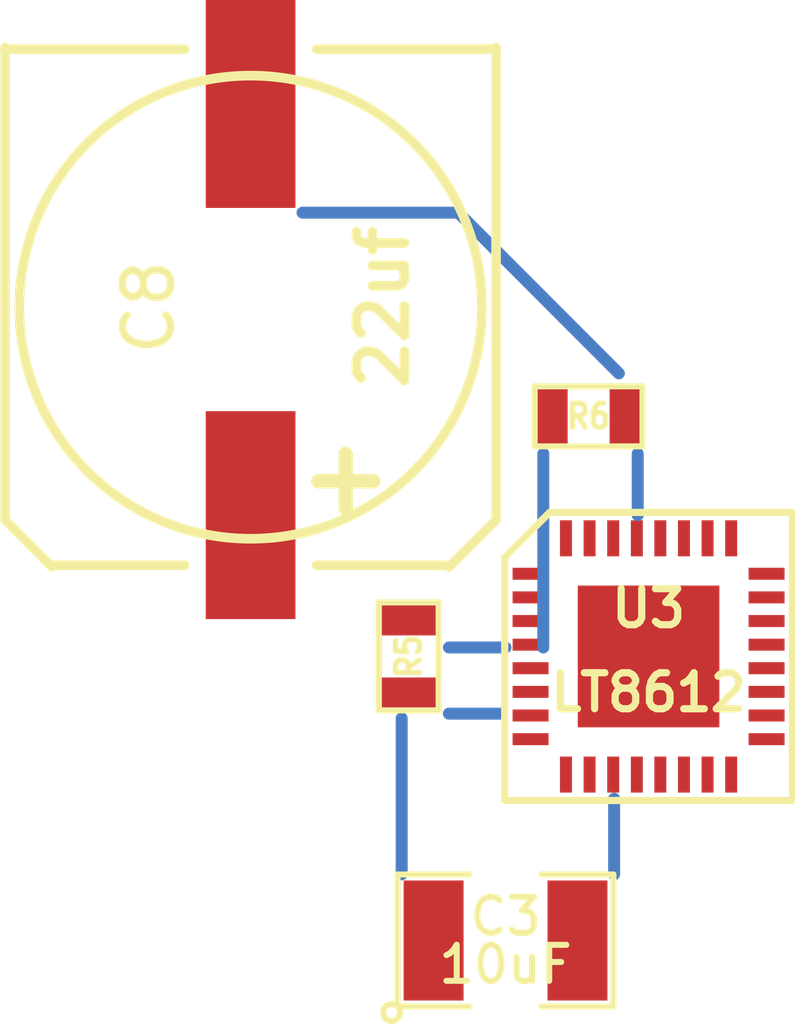
<source format=kicad_pcb>
(kicad_pcb (version 3) (host pcbnew "(2013-jul-07)-stable")

  (general
    (links 17)
    (no_connects 17)
    (area 153.67 83.82 194.31 121.92)
    (thickness 1.6)
    (drawings 0)
    (tracks 8)
    (zones 0)
    (modules 5)
    (nets 4)
  )

  (page A3)
  (layers
    (15 F.Cu signal)
    (0 B.Cu signal)
    (16 B.Adhes user)
    (17 F.Adhes user)
    (18 B.Paste user)
    (19 F.Paste user)
    (20 B.SilkS user)
    (21 F.SilkS user)
    (22 B.Mask user)
    (23 F.Mask user)
    (24 Dwgs.User user)
    (25 Cmts.User user)
    (26 Eco1.User user)
    (27 Eco2.User user)
    (28 Edge.Cuts user)
  )

  (setup
    (last_trace_width 0.254)
    (trace_clearance 0.254)
    (zone_clearance 0.508)
    (zone_45_only no)
    (trace_min 0.254)
    (segment_width 0.2)
    (edge_width 0.1)
    (via_size 0.889)
    (via_drill 0.635)
    (via_min_size 0.889)
    (via_min_drill 0.508)
    (uvia_size 0.508)
    (uvia_drill 0.127)
    (uvias_allowed no)
    (uvia_min_size 0.508)
    (uvia_min_drill 0.127)
    (pcb_text_width 0.3)
    (pcb_text_size 1.5 1.5)
    (mod_edge_width 0.15)
    (mod_text_size 1 1)
    (mod_text_width 0.15)
    (pad_size 1.5 1.5)
    (pad_drill 0.6)
    (pad_to_mask_clearance 0)
    (aux_axis_origin 0 0)
    (visible_elements FFFFFFBF)
    (pcbplotparams
      (layerselection 3178497)
      (usegerberextensions true)
      (excludeedgelayer true)
      (linewidth 0.150000)
      (plotframeref false)
      (viasonmask false)
      (mode 1)
      (useauxorigin false)
      (hpglpennumber 1)
      (hpglpenspeed 20)
      (hpglpendiameter 15)
      (hpglpenoverlay 2)
      (psnegative false)
      (psa4output false)
      (plotreference true)
      (plotvalue true)
      (plotothertext true)
      (plotinvisibletext false)
      (padsonsilk false)
      (subtractmaskfromsilk false)
      (outputformat 1)
      (mirror false)
      (drillshape 1)
      (scaleselection 1)
      (outputdirectory ""))
  )

  (net 0 "")
  (net 1 GND)
  (net 2 N-000002)
  (net 3 VCC)

  (net_class Default "This is the default net class."
    (clearance 0.254)
    (trace_width 0.254)
    (via_dia 0.889)
    (via_drill 0.635)
    (uvia_dia 0.508)
    (uvia_drill 0.127)
    (add_net "")
    (add_net GND)
    (add_net N-000002)
    (add_net VCC)
  )

  (module SMDSVP10 (layer F.Cu) (tedit 4E4E6A58) (tstamp 5622B0B8)
    (at 180.8 103.1 90)
    (path /56227D76)
    (attr smd)
    (fp_text reference C8 (at 0 -2.159 90) (layer F.SilkS)
      (effects (font (size 1.016 1.00076) (thickness 0.15748)))
    )
    (fp_text value 22uf (at 0 2.79908 90) (layer F.SilkS)
      (effects (font (size 1.016 1.00076) (thickness 0.2032)))
    )
    (fp_line (start -5.461 4.191) (end -5.461 1.397) (layer F.SilkS) (width 0.2032))
    (fp_line (start -5.461 -4.191) (end -5.461 -1.397) (layer F.SilkS) (width 0.2032))
    (fp_line (start 5.461 5.207) (end 5.461 1.397) (layer F.SilkS) (width 0.2032))
    (fp_line (start 5.461 -5.207) (end 5.461 -1.397) (layer F.SilkS) (width 0.2032))
    (fp_text user + (at -3.683 1.905 90) (layer F.SilkS)
      (effects (font (size 1.524 1.524) (thickness 0.3048)))
    )
    (fp_circle (center 0 0) (end 4.89966 0) (layer F.SilkS) (width 0.2032))
    (fp_line (start 5.4991 -5.19938) (end -4.50088 -5.19938) (layer F.SilkS) (width 0.2032))
    (fp_line (start -4.50088 -5.19938) (end -5.4991 -4.20116) (layer F.SilkS) (width 0.2032))
    (fp_line (start -5.4991 4.20116) (end -4.50088 5.19938) (layer F.SilkS) (width 0.2032))
    (fp_line (start -4.50088 5.19938) (end 5.4991 5.19938) (layer F.SilkS) (width 0.2032))
    (pad 1 smd rect (at -4.39928 0 90) (size 4.39928 1.89992)
      (layers F.Cu F.Paste F.Mask)
      (net 3 VCC)
    )
    (pad 2 smd rect (at 4.30022 0 90) (size 4.39928 1.89992)
      (layers F.Cu F.Paste F.Mask)
      (net 1 GND)
    )
    (model smd\capacitors\c_elec_10x10_5.wrl
      (at (xyz 0 0 0.001))
      (scale (xyz 1 1 1))
      (rotate (xyz 0 0 0))
    )
  )

  (module SM1210 (layer F.Cu) (tedit 42806E94) (tstamp 5622B02C)
    (at 186.2 116.5)
    (tags "CMS SM")
    (path /56227C54)
    (attr smd)
    (fp_text reference C3 (at 0 -0.508) (layer F.SilkS)
      (effects (font (size 0.762 0.762) (thickness 0.127)))
    )
    (fp_text value 10uF (at 0 0.508) (layer F.SilkS)
      (effects (font (size 0.762 0.762) (thickness 0.127)))
    )
    (fp_circle (center -2.413 1.524) (end -2.286 1.397) (layer F.SilkS) (width 0.127))
    (fp_line (start -0.762 -1.397) (end -2.286 -1.397) (layer F.SilkS) (width 0.127))
    (fp_line (start -2.286 -1.397) (end -2.286 1.397) (layer F.SilkS) (width 0.127))
    (fp_line (start -2.286 1.397) (end -0.762 1.397) (layer F.SilkS) (width 0.127))
    (fp_line (start 0.762 1.397) (end 2.286 1.397) (layer F.SilkS) (width 0.127))
    (fp_line (start 2.286 1.397) (end 2.286 -1.397) (layer F.SilkS) (width 0.127))
    (fp_line (start 2.286 -1.397) (end 0.762 -1.397) (layer F.SilkS) (width 0.127))
    (pad 1 smd rect (at -1.524 0) (size 1.27 2.54)
      (layers F.Cu F.Paste F.Mask)
      (net 3 VCC)
    )
    (pad 2 smd rect (at 1.524 0) (size 1.27 2.54)
      (layers F.Cu F.Paste F.Mask)
      (net 1 GND)
    )
    (model smd/chip_cms.wrl
      (at (xyz 0 0 0))
      (scale (xyz 0.17 0.2 0.17))
      (rotate (xyz 0 0 0))
    )
  )

  (module SM0603 (layer F.Cu) (tedit 4E43A3D1) (tstamp 5622D251)
    (at 184.15 110.49 90)
    (path /56228158)
    (attr smd)
    (fp_text reference R5 (at 0 0 90) (layer F.SilkS)
      (effects (font (size 0.508 0.4572) (thickness 0.1143)))
    )
    (fp_text value 499k (at 0 0 90) (layer F.SilkS) hide
      (effects (font (size 0.508 0.4572) (thickness 0.1143)))
    )
    (fp_line (start -1.143 -0.635) (end 1.143 -0.635) (layer F.SilkS) (width 0.127))
    (fp_line (start 1.143 -0.635) (end 1.143 0.635) (layer F.SilkS) (width 0.127))
    (fp_line (start 1.143 0.635) (end -1.143 0.635) (layer F.SilkS) (width 0.127))
    (fp_line (start -1.143 0.635) (end -1.143 -0.635) (layer F.SilkS) (width 0.127))
    (pad 1 smd rect (at -0.762 0 90) (size 0.635 1.143)
      (layers F.Cu F.Paste F.Mask)
      (net 3 VCC)
    )
    (pad 2 smd rect (at 0.762 0 90) (size 0.635 1.143)
      (layers F.Cu F.Paste F.Mask)
      (net 2 N-000002)
    )
    (model smd\resistors\R0603.wrl
      (at (xyz 0 0 0.001))
      (scale (xyz 0.5 0.5 0.5))
      (rotate (xyz 0 0 0))
    )
  )

  (module SM0603 (layer F.Cu) (tedit 4E43A3D1) (tstamp 5622D25C)
    (at 187.96 105.41)
    (path /5622817A)
    (attr smd)
    (fp_text reference R6 (at 0 0) (layer F.SilkS)
      (effects (font (size 0.508 0.4572) (thickness 0.1143)))
    )
    (fp_text value 54.9k (at 0 0) (layer F.SilkS) hide
      (effects (font (size 0.508 0.4572) (thickness 0.1143)))
    )
    (fp_line (start -1.143 -0.635) (end 1.143 -0.635) (layer F.SilkS) (width 0.127))
    (fp_line (start 1.143 -0.635) (end 1.143 0.635) (layer F.SilkS) (width 0.127))
    (fp_line (start 1.143 0.635) (end -1.143 0.635) (layer F.SilkS) (width 0.127))
    (fp_line (start -1.143 0.635) (end -1.143 -0.635) (layer F.SilkS) (width 0.127))
    (pad 1 smd rect (at -0.762 0) (size 0.635 1.143)
      (layers F.Cu F.Paste F.Mask)
      (net 2 N-000002)
    )
    (pad 2 smd rect (at 0.762 0) (size 0.635 1.143)
      (layers F.Cu F.Paste F.Mask)
      (net 1 GND)
    )
    (model smd\resistors\R0603.wrl
      (at (xyz 0 0 0.001))
      (scale (xyz 0.5 0.5 0.5))
      (rotate (xyz 0 0 0))
    )
  )

  (module QFN32 (layer F.Cu) (tedit 465464FD) (tstamp 5622B06B)
    (at 189.23 110.49)
    (descr "Support CMS Plcc 32 pins")
    (tags "CMS Plcc")
    (path /56227B97)
    (attr smd)
    (fp_text reference U3 (at 0 -1.016) (layer F.SilkS)
      (effects (font (size 0.762 0.762) (thickness 0.1524)))
    )
    (fp_text value LT8612 (at 0 0.762) (layer F.SilkS)
      (effects (font (size 0.762 0.762) (thickness 0.1524)))
    )
    (fp_line (start -2.0955 -3.048) (end 2.0955 -3.048) (layer F.SilkS) (width 0.1524))
    (fp_line (start 2.0955 -3.048) (end 3.048 -3.048) (layer F.SilkS) (width 0.1524))
    (fp_line (start 3.048 -3.048) (end 3.048 3.048) (layer F.SilkS) (width 0.1524))
    (fp_line (start 3.048 3.048) (end -3.048 3.048) (layer F.SilkS) (width 0.1524))
    (fp_line (start -3.048 3.048) (end -3.048 -2.0955) (layer F.SilkS) (width 0.1524))
    (fp_line (start -3.048 -2.0955) (end -2.0955 -3.048) (layer F.SilkS) (width 0.1524))
    (pad 31 smd rect (at -1.24968 -2.49936) (size 0.254 0.762)
      (layers F.Cu F.Paste F.Mask)
    )
    (pad 30 smd rect (at -0.7493 -2.49936) (size 0.254 0.762)
      (layers F.Cu F.Paste F.Mask)
    )
    (pad 29 smd rect (at -0.24892 -2.49936) (size 0.254 0.762)
      (layers F.Cu F.Paste F.Mask)
      (net 1 GND)
    )
    (pad 32 smd rect (at -1.75006 -2.49936) (size 0.254 0.762)
      (layers F.Cu F.Paste F.Mask)
    )
    (pad 1 smd rect (at -2.49936 -1.75006 90) (size 0.254 0.762)
      (layers F.Cu F.Paste F.Mask)
    )
    (pad 2 smd rect (at -2.49936 -1.24968 90) (size 0.254 0.762)
      (layers F.Cu F.Paste F.Mask)
    )
    (pad 3 smd rect (at -2.49936 -0.7493 90) (size 0.254 0.762)
      (layers F.Cu F.Paste F.Mask)
    )
    (pad 4 smd rect (at -2.49936 -0.24892 90) (size 0.254 0.762)
      (layers F.Cu F.Paste F.Mask)
      (net 2 N-000002)
    )
    (pad 5 smd rect (at -2.49936 0.24892 90) (size 0.254 0.762)
      (layers F.Cu F.Paste F.Mask)
      (net 3 VCC)
    )
    (pad 6 smd rect (at -2.49936 0.7493 90) (size 0.254 0.762)
      (layers F.Cu F.Paste F.Mask)
    )
    (pad 7 smd rect (at -2.49936 1.24968 90) (size 0.254 0.762)
      (layers F.Cu F.Paste F.Mask)
      (net 3 VCC)
    )
    (pad 8 smd rect (at -2.49936 1.75006 90) (size 0.254 0.762)
      (layers F.Cu F.Paste F.Mask)
    )
    (pad 16 smd rect (at 1.75006 2.49936) (size 0.254 0.762)
      (layers F.Cu F.Paste F.Mask)
    )
    (pad 9 smd rect (at -1.75006 2.49936) (size 0.254 0.762)
      (layers F.Cu F.Paste F.Mask)
    )
    (pad 10 smd rect (at -1.24968 2.49936) (size 0.254 0.762)
      (layers F.Cu F.Paste F.Mask)
    )
    (pad 11 smd rect (at -0.7493 2.49936) (size 0.254 0.762)
      (layers F.Cu F.Paste F.Mask)
      (net 1 GND)
    )
    (pad 12 smd rect (at -0.24892 2.49936) (size 0.254 0.762)
      (layers F.Cu F.Paste F.Mask)
      (net 1 GND)
    )
    (pad 13 smd rect (at 0.24892 2.49936) (size 0.254 0.762)
      (layers F.Cu F.Paste F.Mask)
      (net 1 GND)
    )
    (pad 14 smd rect (at 0.7493 2.49936) (size 0.254 0.762)
      (layers F.Cu F.Paste F.Mask)
      (net 1 GND)
    )
    (pad 15 smd rect (at 1.24968 2.49936) (size 0.254 0.762)
      (layers F.Cu F.Paste F.Mask)
    )
    (pad 17 smd rect (at 2.49936 1.75006 90) (size 0.254 0.762)
      (layers F.Cu F.Paste F.Mask)
    )
    (pad 18 smd rect (at 2.49936 1.24968 90) (size 0.254 0.762)
      (layers F.Cu F.Paste F.Mask)
    )
    (pad 19 smd rect (at 2.49936 0.7493 90) (size 0.254 0.762)
      (layers F.Cu F.Paste F.Mask)
    )
    (pad 20 smd rect (at 2.49936 0.24892 90) (size 0.254 0.762)
      (layers F.Cu F.Paste F.Mask)
    )
    (pad 21 smd rect (at 2.49936 -0.24892 90) (size 0.254 0.762)
      (layers F.Cu F.Paste F.Mask)
    )
    (pad 22 smd rect (at 2.49936 -0.7493 90) (size 0.254 0.762)
      (layers F.Cu F.Paste F.Mask)
    )
    (pad 23 smd rect (at 2.49936 -1.24968 90) (size 0.254 0.762)
      (layers F.Cu F.Paste F.Mask)
    )
    (pad 24 smd rect (at 2.49936 -1.75006 90) (size 0.254 0.762)
      (layers F.Cu F.Paste F.Mask)
    )
    (pad 25 smd rect (at 1.75006 -2.49936) (size 0.254 0.762)
      (layers F.Cu F.Paste F.Mask)
      (net 1 GND)
    )
    (pad 26 smd rect (at 1.24968 -2.49936) (size 0.254 0.762)
      (layers F.Cu F.Paste F.Mask)
      (net 1 GND)
    )
    (pad 27 smd rect (at 0.7493 -2.49936) (size 0.254 0.762)
      (layers F.Cu F.Paste F.Mask)
      (net 1 GND)
    )
    (pad 28 smd rect (at 0.24892 -2.49936) (size 0.254 0.762)
      (layers F.Cu F.Paste F.Mask)
      (net 1 GND)
    )
    (pad 33 smd rect (at 0 0) (size 2.99974 2.99974)
      (layers F.Cu F.Paste F.Mask)
    )
  )

  (segment (start 181.9 101.1) (end 185.2 101.1) (width 0.254) (layer B.Cu) (net 0))
  (segment (start 185.2 101.1) (end 188.6 104.5) (width 0.254) (layer B.Cu) (net 0) (tstamp 5622D352))
  (segment (start 184 111.8) (end 184 115.1) (width 0.254) (layer B.Cu) (net 0))
  (segment (start 188.5 113.5) (end 188.5 115.1) (width 0.254) (layer B.Cu) (net 0))
  (segment (start 186.1 111.7) (end 185 111.7) (width 0.254) (layer B.Cu) (net 0))
  (segment (start 186.2 110.3) (end 185 110.3) (width 0.254) (layer B.Cu) (net 0))
  (segment (start 189 107.5) (end 189 106.2) (width 0.254) (layer B.Cu) (net 0))
  (segment (start 187 110.3) (end 187 106.2) (width 0.254) (layer B.Cu) (net 0))

)

</source>
